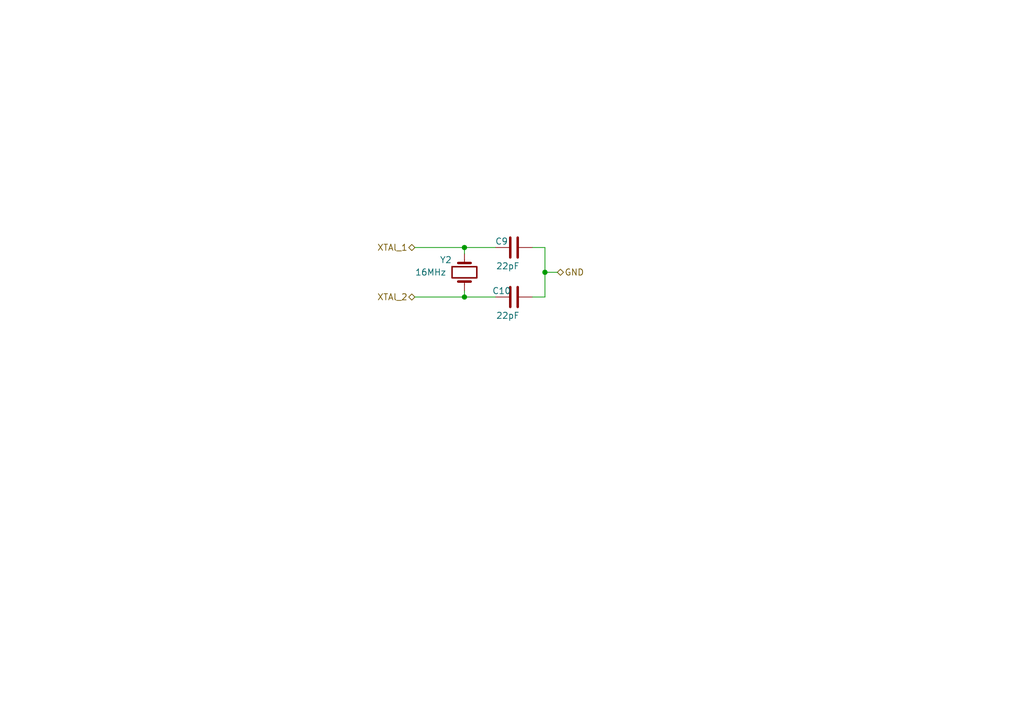
<source format=kicad_sch>
(kicad_sch (version 20231120) (generator "eeschema") (generator_version "8.0")
  (paper "A5")
  (title_block (title "Crystal oscillator") (date "2024-11-03") (rev "1.0"))
  (lib_symbols
    (symbol "Device:C" (pin_numbers hide) (pin_names (offset 0.254))
      (property "Reference" "C" (at 0.635 2.54 0))
      (property "Value" "C" (at 0.635 -2.54 0))
      (symbol "C_0_1"
        (polyline (pts (xy -2.032 -0.762) (xy 2.032 -0.762)) (stroke (width 0.508)))
        (polyline (pts (xy -2.032 0.762) (xy 2.032 0.762)) (stroke (width 0.508)))
      )
      (symbol "C_1_1"
        (pin passive line (at 0 3.81 270) (length 2.794) (name "~") (number "1"))
        (pin passive line (at 0 -3.81 90) (length 2.794) (name "~") (number "2"))
      )
    )
    (symbol "Device:Crystal" (pin_numbers hide) (pin_names (offset 1.016) hide)
      (property "Reference" "Y" (at 0 3.81 0))
      (property "Value" "Crystal" (at 0 -3.81 0))
      (symbol "Crystal_0_1"
        (rectangle (start -1.143 2.54) (end 1.143 -2.54) (stroke (width 0.3048)))
        (polyline (pts (xy -2.54 0) (xy -1.905 0)))
        (polyline (pts (xy -1.905 -1.27) (xy -1.905 1.27)) (stroke (width 0.508)))
        (polyline (pts (xy 1.905 -1.27) (xy 1.905 1.27)) (stroke (width 0.508)))
        (polyline (pts (xy 2.54 0) (xy 1.905 0)))
      )
      (symbol "Crystal_1_1"
        (pin passive line (at -3.81 0 0) (length 1.27) (name "1") (number "1"))
        (pin passive line (at 3.81 0 180) (length 1.27) (name "2") (number "2"))
      )
    )
  )
  (junction (at 95.25 50.8))
  (junction (at 111.76 55.88))
  (junction (at 95.25 60.96))
  (wire (pts (xy 109.22 60.96) (xy 111.76 60.96)))
  (wire (pts (xy 111.76 55.88) (xy 114.3 55.88)))
  (wire (pts (xy 95.25 50.8) (xy 95.25 52.07)))
  (wire (pts (xy 85.09 60.96) (xy 95.25 60.96)))
  (wire (pts (xy 111.76 50.8) (xy 111.76 55.88)))
  (wire (pts (xy 95.25 60.96) (xy 101.6 60.96)))
  (wire (pts (xy 95.25 59.69) (xy 95.25 60.96)))
  (wire (pts (xy 109.22 50.8) (xy 111.76 50.8)))
  (wire (pts (xy 85.09 50.8) (xy 95.25 50.8)))
  (wire (pts (xy 111.76 55.88) (xy 111.76 60.96)))
  (wire (pts (xy 101.6 50.8) (xy 95.25 50.8)))
  (hierarchical_label "XTAl_1" (shape bidirectional) (at 85.09 50.8 180))
  (hierarchical_label "GND" (shape bidirectional) (at 114.3 55.88 0))
  (hierarchical_label "XTAl_2" (shape bidirectional) (at 85.09 60.96 180))
  (symbol (lib_id "Device:C") (at 105.41 50.8 270) (unit 1)
    (property "Reference" "C9" (at 102.87 49.53 90))
    (property "Value" "22pF" (at 104.14 54.61 90))
    (property "Footprint" "Capacitor_SMD:C_0603_1608Metric" (effects (hide yes)))
  )
  (symbol (lib_id "Device:C") (at 105.41 60.96 270) (unit 1)
    (property "Reference" "C10" (at 102.87 59.69 90))
    (property "Value" "22pF" (at 104.14 64.77 90))
    (property "Footprint" "Capacitor_SMD:C_0603_1608Metric" (effects (hide yes)))
  )
  (symbol (lib_id "Device:Crystal") (at 95.25 55.88 90) (unit 1) (exclude_from_sim yes)
    (property "Reference" "Y2" (at 90.17 53.34 90) (effects (justify right)))
    (property "Value" "16MHz" (at 85.09 55.88 90) (effects (justify right)))
    (property "Footprint" "Crystal:Crystal_SMD_HC49-SD" (effects (hide yes)))
  )
)
</source>
